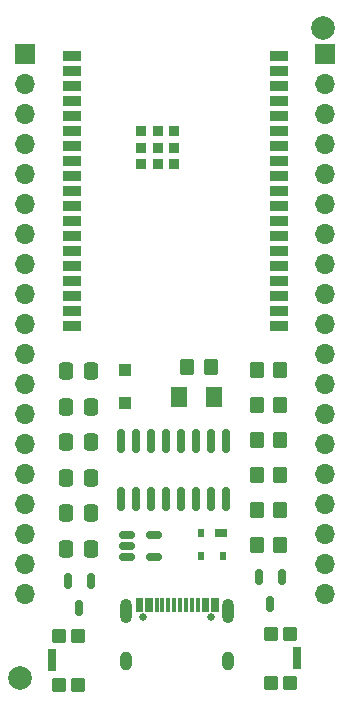
<source format=gbr>
%TF.GenerationSoftware,KiCad,Pcbnew,7.0.6-0*%
%TF.CreationDate,2024-01-10T12:45:23-06:00*%
%TF.ProjectId,ESP32_DevKit,45535033-325f-4446-9576-4b69742e6b69,rev?*%
%TF.SameCoordinates,Original*%
%TF.FileFunction,Soldermask,Top*%
%TF.FilePolarity,Negative*%
%FSLAX46Y46*%
G04 Gerber Fmt 4.6, Leading zero omitted, Abs format (unit mm)*
G04 Created by KiCad (PCBNEW 7.0.6-0) date 2024-01-10 12:45:23*
%MOMM*%
%LPD*%
G01*
G04 APERTURE LIST*
G04 Aperture macros list*
%AMRoundRect*
0 Rectangle with rounded corners*
0 $1 Rounding radius*
0 $2 $3 $4 $5 $6 $7 $8 $9 X,Y pos of 4 corners*
0 Add a 4 corners polygon primitive as box body*
4,1,4,$2,$3,$4,$5,$6,$7,$8,$9,$2,$3,0*
0 Add four circle primitives for the rounded corners*
1,1,$1+$1,$2,$3*
1,1,$1+$1,$4,$5*
1,1,$1+$1,$6,$7*
1,1,$1+$1,$8,$9*
0 Add four rect primitives between the rounded corners*
20,1,$1+$1,$2,$3,$4,$5,0*
20,1,$1+$1,$4,$5,$6,$7,0*
20,1,$1+$1,$6,$7,$8,$9,0*
20,1,$1+$1,$8,$9,$2,$3,0*%
G04 Aperture macros list end*
%ADD10RoundRect,0.250000X-0.350000X-0.450000X0.350000X-0.450000X0.350000X0.450000X-0.350000X0.450000X0*%
%ADD11RoundRect,0.102000X0.500000X-0.450000X0.500000X0.450000X-0.500000X0.450000X-0.500000X-0.450000X0*%
%ADD12RoundRect,0.102000X0.275000X-0.850000X0.275000X0.850000X-0.275000X0.850000X-0.275000X-0.850000X0*%
%ADD13RoundRect,0.250000X-0.337500X-0.475000X0.337500X-0.475000X0.337500X0.475000X-0.337500X0.475000X0*%
%ADD14R,1.000000X0.700000*%
%ADD15R,0.600000X0.700000*%
%ADD16RoundRect,0.250000X0.350000X0.450000X-0.350000X0.450000X-0.350000X-0.450000X0.350000X-0.450000X0*%
%ADD17C,2.000000*%
%ADD18C,0.650000*%
%ADD19R,0.300000X1.150000*%
%ADD20O,1.000000X2.100000*%
%ADD21O,1.000000X1.600000*%
%ADD22RoundRect,0.150000X-0.150000X0.512500X-0.150000X-0.512500X0.150000X-0.512500X0.150000X0.512500X0*%
%ADD23RoundRect,0.250000X0.300000X-0.300000X0.300000X0.300000X-0.300000X0.300000X-0.300000X-0.300000X0*%
%ADD24RoundRect,0.150000X0.150000X-0.825000X0.150000X0.825000X-0.150000X0.825000X-0.150000X-0.825000X0*%
%ADD25R,1.500000X0.900000*%
%ADD26R,0.900000X0.900000*%
%ADD27RoundRect,0.102000X-0.500000X0.450000X-0.500000X-0.450000X0.500000X-0.450000X0.500000X0.450000X0*%
%ADD28RoundRect,0.102000X-0.275000X0.850000X-0.275000X-0.850000X0.275000X-0.850000X0.275000X0.850000X0*%
%ADD29RoundRect,0.250001X0.462499X0.624999X-0.462499X0.624999X-0.462499X-0.624999X0.462499X-0.624999X0*%
%ADD30RoundRect,0.150000X-0.512500X-0.150000X0.512500X-0.150000X0.512500X0.150000X-0.512500X0.150000X0*%
%ADD31R,1.700000X1.700000*%
%ADD32O,1.700000X1.700000*%
G04 APERTURE END LIST*
D10*
%TO.C,R6*%
X197397500Y-92070000D03*
X199397500Y-92070000D03*
%TD*%
D11*
%TO.C,RST*%
X180660000Y-103915000D03*
X182260000Y-103915000D03*
X182260000Y-99815000D03*
X180660000Y-99815000D03*
D12*
X180035000Y-101865000D03*
%TD*%
D13*
%TO.C,C4*%
X181270000Y-86390000D03*
X183345000Y-86390000D03*
%TD*%
D10*
%TO.C,R2*%
X197397500Y-80270000D03*
X199397500Y-80270000D03*
%TD*%
D14*
%TO.C,D1*%
X194390000Y-91040000D03*
D15*
X192690000Y-91040000D03*
X192690000Y-93040000D03*
X194590000Y-93040000D03*
%TD*%
D10*
%TO.C,R5*%
X197397500Y-89120000D03*
X199397500Y-89120000D03*
%TD*%
D16*
%TO.C,R7*%
X193502500Y-77040000D03*
X191502500Y-77040000D03*
%TD*%
D10*
%TO.C,R4*%
X197397500Y-86170000D03*
X199397500Y-86170000D03*
%TD*%
D13*
%TO.C,C3*%
X181270000Y-83380000D03*
X183345000Y-83380000D03*
%TD*%
D10*
%TO.C,R1*%
X197397500Y-77320000D03*
X199397500Y-77320000D03*
%TD*%
D17*
%TO.C,*%
X177360000Y-103380000D03*
%TD*%
D18*
%TO.C,P1*%
X187780000Y-98210000D03*
X193560000Y-98210000D03*
D19*
X187320000Y-97145000D03*
X188120000Y-97145000D03*
X189420000Y-97145000D03*
X190420000Y-97145000D03*
X190920000Y-97145000D03*
X191920000Y-97145000D03*
X193220000Y-97145000D03*
X194020000Y-97145000D03*
X193720000Y-97145000D03*
X192920000Y-97145000D03*
X192420000Y-97145000D03*
X191420000Y-97145000D03*
X189920000Y-97145000D03*
X188920000Y-97145000D03*
X188420000Y-97145000D03*
X187620000Y-97145000D03*
D20*
X186350000Y-97710000D03*
D21*
X186350000Y-101890000D03*
D20*
X194990000Y-97710000D03*
D21*
X194990000Y-101890000D03*
%TD*%
D22*
%TO.C,Q2*%
X183337500Y-95132500D03*
X181437500Y-95132500D03*
X182387500Y-97407500D03*
%TD*%
D13*
%TO.C,C6*%
X181270000Y-92410000D03*
X183345000Y-92410000D03*
%TD*%
%TO.C,C1*%
X181270000Y-77360000D03*
X183345000Y-77360000D03*
%TD*%
D23*
%TO.C,D2*%
X186217500Y-80057500D03*
X186217500Y-77257500D03*
%TD*%
D24*
%TO.C,U2*%
X185900000Y-88200000D03*
X187170000Y-88200000D03*
X188440000Y-88200000D03*
X189710000Y-88200000D03*
X190980000Y-88200000D03*
X192250000Y-88200000D03*
X193520000Y-88200000D03*
X194790000Y-88200000D03*
X194790000Y-83250000D03*
X193520000Y-83250000D03*
X192250000Y-83250000D03*
X190980000Y-83250000D03*
X189710000Y-83250000D03*
X188440000Y-83250000D03*
X187170000Y-83250000D03*
X185900000Y-83250000D03*
%TD*%
D25*
%TO.C,U3*%
X181757500Y-50665000D03*
X181757500Y-51935000D03*
X181757500Y-53205000D03*
X181757500Y-54475000D03*
X181757500Y-55745000D03*
X181757500Y-57015000D03*
X181757500Y-58285000D03*
X181757500Y-59555000D03*
X181757500Y-60825000D03*
X181757500Y-62095000D03*
X181757500Y-63365000D03*
X181757500Y-64635000D03*
X181757500Y-65905000D03*
X181757500Y-67175000D03*
X181757500Y-68445000D03*
X181757500Y-69715000D03*
X181757500Y-70985000D03*
X181757500Y-72255000D03*
X181757500Y-73525000D03*
X199257500Y-73525000D03*
X199257500Y-72255000D03*
X199257500Y-70985000D03*
X199257500Y-69715000D03*
X199257500Y-68445000D03*
X199257500Y-67175000D03*
X199257500Y-65905000D03*
X199257500Y-64635000D03*
X199257500Y-63365000D03*
X199257500Y-62095000D03*
X199257500Y-60825000D03*
X199257500Y-59555000D03*
X199257500Y-58285000D03*
X199257500Y-57015000D03*
X199257500Y-55745000D03*
X199257500Y-54475000D03*
X199257500Y-53205000D03*
X199257500Y-51935000D03*
X199257500Y-50665000D03*
D26*
X187602500Y-57060000D03*
X187607500Y-58460000D03*
X187607500Y-59860000D03*
X189007500Y-57060000D03*
X189007500Y-58460000D03*
X189007500Y-59860000D03*
X190407500Y-57060000D03*
X190407500Y-58460000D03*
X190407500Y-59860000D03*
%TD*%
D13*
%TO.C,C5*%
X181270000Y-89400000D03*
X183345000Y-89400000D03*
%TD*%
D22*
%TO.C,Q1*%
X199507500Y-94792500D03*
X197607500Y-94792500D03*
X198557500Y-97067500D03*
%TD*%
D27*
%TO.C,BT*%
X200180000Y-99645000D03*
X198580000Y-99645000D03*
X198580000Y-103745000D03*
X200180000Y-103745000D03*
D28*
X200805000Y-101695000D03*
%TD*%
D29*
%TO.C,D4*%
X193825000Y-79580000D03*
X190850000Y-79580000D03*
%TD*%
D13*
%TO.C,C2*%
X181270000Y-80370000D03*
X183345000Y-80370000D03*
%TD*%
D17*
%TO.C,REF\u002A\u002A*%
X202990000Y-48360000D03*
%TD*%
D30*
%TO.C,U1*%
X186402500Y-91210000D03*
X186402500Y-92160000D03*
X186402500Y-93110000D03*
X188677500Y-93110000D03*
X188677500Y-91210000D03*
%TD*%
D10*
%TO.C,R3*%
X197397500Y-83220000D03*
X199397500Y-83220000D03*
%TD*%
D31*
%TO.C,J3*%
X203200000Y-50520000D03*
D32*
X203200000Y-53060000D03*
X203200000Y-55600000D03*
X203200000Y-58140000D03*
X203200000Y-60680000D03*
X203200000Y-63220000D03*
X203200000Y-65760000D03*
X203200000Y-68300000D03*
X203200000Y-70840000D03*
X203200000Y-73380000D03*
X203200000Y-75920000D03*
X203200000Y-78460000D03*
X203200000Y-81000000D03*
X203200000Y-83540000D03*
X203200000Y-86080000D03*
X203200000Y-88620000D03*
X203200000Y-91160000D03*
X203200000Y-93700000D03*
X203200000Y-96240000D03*
%TD*%
D31*
%TO.C,J2*%
X177800000Y-50520000D03*
D32*
X177800000Y-53060000D03*
X177800000Y-55600000D03*
X177800000Y-58140000D03*
X177800000Y-60680000D03*
X177800000Y-63220000D03*
X177800000Y-65760000D03*
X177800000Y-68300000D03*
X177800000Y-70840000D03*
X177800000Y-73380000D03*
X177800000Y-75920000D03*
X177800000Y-78460000D03*
X177800000Y-81000000D03*
X177800000Y-83540000D03*
X177800000Y-86080000D03*
X177800000Y-88620000D03*
X177800000Y-91160000D03*
X177800000Y-93700000D03*
X177800000Y-96240000D03*
%TD*%
M02*

</source>
